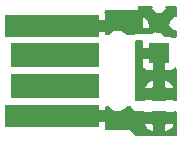
<source format=gbr>
%TF.GenerationSoftware,KiCad,Pcbnew,7.0.11-2.fc39*%
%TF.CreationDate,2024-04-07T19:18:12-07:00*%
%TF.ProjectId,Ultra_Light,556c7472-615f-44c6-9967-68742e6b6963,rev?*%
%TF.SameCoordinates,PX7459280PY5e69ec0*%
%TF.FileFunction,Copper,L1,Top*%
%TF.FilePolarity,Positive*%
%FSLAX46Y46*%
G04 Gerber Fmt 4.6, Leading zero omitted, Abs format (unit mm)*
G04 Created by KiCad (PCBNEW 7.0.11-2.fc39) date 2024-04-07 19:18:12*
%MOMM*%
%LPD*%
G01*
G04 APERTURE LIST*
G04 Aperture macros list*
%AMRoundRect*
0 Rectangle with rounded corners*
0 $1 Rounding radius*
0 $2 $3 $4 $5 $6 $7 $8 $9 X,Y pos of 4 corners*
0 Add a 4 corners polygon primitive as box body*
4,1,4,$2,$3,$4,$5,$6,$7,$8,$9,$2,$3,0*
0 Add four circle primitives for the rounded corners*
1,1,$1+$1,$2,$3*
1,1,$1+$1,$4,$5*
1,1,$1+$1,$6,$7*
1,1,$1+$1,$8,$9*
0 Add four rect primitives between the rounded corners*
20,1,$1+$1,$2,$3,$4,$5,0*
20,1,$1+$1,$4,$5,$6,$7,0*
20,1,$1+$1,$6,$7,$8,$9,0*
20,1,$1+$1,$8,$9,$2,$3,0*%
G04 Aperture macros list end*
%TA.AperFunction,ConnectorPad*%
%ADD10R,8.000000X1.900000*%
%TD*%
%TA.AperFunction,ConnectorPad*%
%ADD11R,7.500000X2.000000*%
%TD*%
%TA.AperFunction,SMDPad,CuDef*%
%ADD12RoundRect,0.250000X0.450000X-0.350000X0.450000X0.350000X-0.450000X0.350000X-0.450000X-0.350000X0*%
%TD*%
%TA.AperFunction,ComponentPad*%
%ADD13C,1.800000*%
%TD*%
%TA.AperFunction,ComponentPad*%
%ADD14R,1.800000X1.800000*%
%TD*%
%TA.AperFunction,Conductor*%
%ADD15C,0.500000*%
%TD*%
G04 APERTURE END LIST*
D10*
%TO.P,J1,1,VBUS*%
%TO.N,Net-(D1-A)*%
X4900000Y-2190000D03*
D11*
%TO.P,J1,2,D-*%
%TO.N,unconnected-(J1-D--Pad2)*%
X5150000Y-4700000D03*
%TO.P,J1,3,D+*%
%TO.N,unconnected-(J1-D+-Pad3)*%
X5150000Y-7300000D03*
D10*
%TO.P,J1,4,GND*%
%TO.N,GND*%
X4900000Y-9810000D03*
%TD*%
D12*
%TO.P,R1,1*%
%TO.N,GND*%
X14000000Y-10000000D03*
%TO.P,R1,2*%
%TO.N,Net-(D1-K)*%
X14000000Y-8000000D03*
%TD*%
D13*
%TO.P,D1,2,A*%
%TO.N,Net-(D1-A)*%
X14000000Y-2000000D03*
D14*
%TO.P,D1,1,K*%
%TO.N,Net-(D1-K)*%
X14000000Y-4540000D03*
%TD*%
D15*
%TO.N,Net-(D1-A)*%
X13365000Y-2635000D02*
X11460000Y-2635000D01*
X14000000Y-2000000D02*
X13365000Y-2635000D01*
%TD*%
%TA.AperFunction,Conductor*%
%TO.N,Net-(D1-A)*%
G36*
X13406697Y-520185D02*
G01*
X13452452Y-572989D01*
X13462396Y-642147D01*
X13433371Y-705703D01*
X13427096Y-710739D01*
X13425919Y-718814D01*
X13999998Y-1292892D01*
X13999999Y-1292893D01*
X14000000Y-1292893D01*
X14000000Y-1292892D01*
X14574079Y-718814D01*
X14571983Y-704437D01*
X14551733Y-684340D01*
X14536621Y-616125D01*
X14560789Y-550568D01*
X14616563Y-508484D01*
X14660338Y-500500D01*
X15375500Y-500500D01*
X15442539Y-520185D01*
X15488294Y-572989D01*
X15499500Y-624500D01*
X15499500Y-1341908D01*
X15479815Y-1408947D01*
X15427011Y-1454702D01*
X15357853Y-1464646D01*
X15294297Y-1435621D01*
X15291103Y-1431287D01*
X15278238Y-1428865D01*
X14743424Y-1963681D01*
X14715339Y-1979016D01*
X14703636Y-1996531D01*
X15278238Y-2571133D01*
X15295971Y-2567795D01*
X15306900Y-2554794D01*
X15373636Y-2534104D01*
X15440963Y-2552778D01*
X15487507Y-2604888D01*
X15499500Y-2658090D01*
X15499500Y-3076000D01*
X15479815Y-3143039D01*
X15427011Y-3188794D01*
X15375500Y-3200000D01*
X15174881Y-3200000D01*
X15131548Y-3192182D01*
X15007482Y-3145908D01*
X15007483Y-3145908D01*
X14947883Y-3139501D01*
X14947881Y-3139500D01*
X14947873Y-3139500D01*
X14947865Y-3139500D01*
X14483756Y-3139500D01*
X14416717Y-3119815D01*
X14396075Y-3103181D01*
X13941422Y-2648527D01*
X13941412Y-2648519D01*
X13310334Y-2017441D01*
X13310332Y-2017438D01*
X13258886Y-1965992D01*
X13546190Y-1965992D01*
X13556327Y-2101265D01*
X13605887Y-2227541D01*
X13690465Y-2333599D01*
X13802547Y-2410016D01*
X13932173Y-2450000D01*
X14033724Y-2450000D01*
X14134138Y-2434865D01*
X14256357Y-2376007D01*
X14355798Y-2283740D01*
X14423625Y-2166260D01*
X14453810Y-2034008D01*
X14443673Y-1898735D01*
X14394113Y-1772459D01*
X14309535Y-1666401D01*
X14197453Y-1589984D01*
X14067827Y-1550000D01*
X13966276Y-1550000D01*
X13865862Y-1565135D01*
X13743643Y-1623993D01*
X13644202Y-1716260D01*
X13576375Y-1833740D01*
X13546190Y-1965992D01*
X13258886Y-1965992D01*
X12721760Y-1428866D01*
X12671317Y-1543864D01*
X12614361Y-1768781D01*
X12595202Y-1999994D01*
X12595202Y-2000000D01*
X12614361Y-2231218D01*
X12671317Y-2456135D01*
X12764516Y-2668609D01*
X12812848Y-2742587D01*
X12833036Y-2809476D01*
X12813855Y-2876662D01*
X12761396Y-2922812D01*
X12692315Y-2933275D01*
X12674103Y-2929385D01*
X12625034Y-2914976D01*
X12539581Y-2902690D01*
X12482615Y-2894500D01*
X12124000Y-2894500D01*
X12123991Y-2894500D01*
X12123990Y-2894501D01*
X12016549Y-2906052D01*
X12016537Y-2906054D01*
X11965027Y-2917260D01*
X11862497Y-2951385D01*
X11862495Y-2951386D01*
X11817485Y-2980314D01*
X11750446Y-3000000D01*
X11312988Y-3000000D01*
X11245949Y-2980315D01*
X11212671Y-2948886D01*
X11172888Y-2894129D01*
X11032216Y-2767467D01*
X10868284Y-2672821D01*
X10868277Y-2672818D01*
X10688259Y-2614327D01*
X10688256Y-2614326D01*
X10547192Y-2599500D01*
X10452808Y-2599500D01*
X10311744Y-2614326D01*
X10311741Y-2614326D01*
X10311740Y-2614327D01*
X10131722Y-2672818D01*
X10131715Y-2672821D01*
X9967785Y-2767466D01*
X9827111Y-2894129D01*
X9811965Y-2914977D01*
X9787329Y-2948885D01*
X9732001Y-2991551D01*
X9687012Y-3000000D01*
X9524000Y-3000000D01*
X9456961Y-2980315D01*
X9411206Y-2927511D01*
X9400000Y-2876000D01*
X9400000Y-2690000D01*
X4524000Y-2690000D01*
X4456961Y-2670315D01*
X4411206Y-2617511D01*
X4400000Y-2566000D01*
X4400000Y-1814000D01*
X4419685Y-1746961D01*
X4472489Y-1701206D01*
X4524000Y-1690000D01*
X9400000Y-1690000D01*
X9400000Y-1192172D01*
X9399999Y-1192155D01*
X9393598Y-1132627D01*
X9393596Y-1132620D01*
X9369246Y-1067333D01*
X9364262Y-997642D01*
X9397747Y-936319D01*
X9459070Y-902834D01*
X9485428Y-900000D01*
X12200000Y-900000D01*
X12200000Y-624500D01*
X12219685Y-557461D01*
X12272489Y-511706D01*
X12324000Y-500500D01*
X13339658Y-500500D01*
X13406697Y-520185D01*
G37*
%TD.AperFunction*%
%TD*%
%TA.AperFunction,Conductor*%
%TO.N,Net-(D1-K)*%
G36*
X12549654Y-3419685D02*
G01*
X12595409Y-3472489D01*
X12605904Y-3537257D01*
X12600000Y-3592158D01*
X12600000Y-4040000D01*
X14376000Y-4040000D01*
X14443039Y-4059685D01*
X14488794Y-4112489D01*
X14500000Y-4164000D01*
X14500000Y-5940000D01*
X14947828Y-5940000D01*
X14947844Y-5939999D01*
X15007372Y-5933598D01*
X15007379Y-5933596D01*
X15142086Y-5883354D01*
X15142093Y-5883350D01*
X15257187Y-5797190D01*
X15257188Y-5797189D01*
X15276233Y-5771749D01*
X15332166Y-5729877D01*
X15401858Y-5724893D01*
X15463181Y-5758378D01*
X15496666Y-5819701D01*
X15499500Y-5846059D01*
X15499500Y-8476000D01*
X15479815Y-8543039D01*
X15427011Y-8588794D01*
X15375500Y-8600000D01*
X15316873Y-8600000D01*
X15249834Y-8580315D01*
X15204079Y-8527511D01*
X15201723Y-8513222D01*
X15189781Y-8500000D01*
X12810219Y-8500000D01*
X12796946Y-8514695D01*
X12793706Y-8532109D01*
X12745817Y-8582986D01*
X12683127Y-8600000D01*
X12124000Y-8600000D01*
X12056961Y-8580315D01*
X12011206Y-8527511D01*
X12000000Y-8476000D01*
X12000000Y-7500000D01*
X12810219Y-7500000D01*
X13500000Y-7500000D01*
X13500000Y-6900003D01*
X13499999Y-6900002D01*
X14500000Y-6900002D01*
X14500000Y-7500000D01*
X15189780Y-7500000D01*
X15189505Y-7497305D01*
X15189504Y-7497298D01*
X15134358Y-7330880D01*
X15134356Y-7330875D01*
X15042315Y-7181654D01*
X14918345Y-7057684D01*
X14769124Y-6965643D01*
X14769119Y-6965641D01*
X14602697Y-6910494D01*
X14602690Y-6910493D01*
X14500000Y-6900002D01*
X13499999Y-6900002D01*
X13397302Y-6910494D01*
X13230880Y-6965641D01*
X13230875Y-6965643D01*
X13081654Y-7057684D01*
X12957684Y-7181654D01*
X12865643Y-7330875D01*
X12865641Y-7330880D01*
X12810495Y-7497298D01*
X12810494Y-7497305D01*
X12810219Y-7500000D01*
X12000000Y-7500000D01*
X12000000Y-5040000D01*
X12600000Y-5040000D01*
X12600000Y-5487844D01*
X12606401Y-5547372D01*
X12606403Y-5547379D01*
X12656645Y-5682086D01*
X12656649Y-5682093D01*
X12742809Y-5797187D01*
X12742812Y-5797190D01*
X12857906Y-5883350D01*
X12857913Y-5883354D01*
X12992620Y-5933596D01*
X12992627Y-5933598D01*
X13052155Y-5939999D01*
X13052172Y-5940000D01*
X13500000Y-5940000D01*
X13500000Y-5040000D01*
X12600000Y-5040000D01*
X12000000Y-5040000D01*
X12000000Y-4505992D01*
X13546190Y-4505992D01*
X13556327Y-4641265D01*
X13605887Y-4767541D01*
X13690465Y-4873599D01*
X13802547Y-4950016D01*
X13932173Y-4990000D01*
X14033724Y-4990000D01*
X14134138Y-4974865D01*
X14256357Y-4916007D01*
X14355798Y-4823740D01*
X14423625Y-4706260D01*
X14453810Y-4574008D01*
X14443673Y-4438735D01*
X14394113Y-4312459D01*
X14309535Y-4206401D01*
X14197453Y-4129984D01*
X14067827Y-4090000D01*
X13966276Y-4090000D01*
X13865862Y-4105135D01*
X13743643Y-4163993D01*
X13644202Y-4256260D01*
X13576375Y-4373740D01*
X13546190Y-4505992D01*
X12000000Y-4505992D01*
X12000000Y-3524000D01*
X12019685Y-3456961D01*
X12072489Y-3411206D01*
X12124000Y-3400000D01*
X12482615Y-3400000D01*
X12549654Y-3419685D01*
G37*
%TD.AperFunction*%
%TD*%
%TA.AperFunction,Conductor*%
%TO.N,GND*%
G36*
X9754051Y-9019685D02*
G01*
X9787328Y-9051113D01*
X9827112Y-9105871D01*
X9967784Y-9232533D01*
X10131716Y-9327179D01*
X10311744Y-9385674D01*
X10452808Y-9400500D01*
X10452812Y-9400500D01*
X10547188Y-9400500D01*
X10547192Y-9400500D01*
X10688256Y-9385674D01*
X10868284Y-9327179D01*
X11032216Y-9232533D01*
X11172888Y-9105871D01*
X11212670Y-9051114D01*
X11267999Y-9008449D01*
X11312988Y-9000000D01*
X11548638Y-9000000D01*
X11615677Y-9019685D01*
X11636319Y-9036319D01*
X12000000Y-9400000D01*
X12683127Y-9400000D01*
X12750166Y-9419685D01*
X12795921Y-9472489D01*
X12798276Y-9486777D01*
X12810219Y-9500000D01*
X15189781Y-9500000D01*
X15203053Y-9485304D01*
X15206294Y-9467891D01*
X15254183Y-9417014D01*
X15316873Y-9400000D01*
X15375500Y-9400000D01*
X15442539Y-9419685D01*
X15488294Y-9472489D01*
X15499500Y-9524000D01*
X15499500Y-11375500D01*
X15479815Y-11442539D01*
X15427011Y-11488294D01*
X15375500Y-11499500D01*
X12050862Y-11499500D01*
X11983823Y-11479815D01*
X11963181Y-11463181D01*
X11500000Y-11000000D01*
X9517385Y-11000000D01*
X9450346Y-10980315D01*
X9404591Y-10927511D01*
X9394096Y-10862743D01*
X9399999Y-10807841D01*
X9400000Y-10807827D01*
X9400000Y-10500000D01*
X12810219Y-10500000D01*
X12810494Y-10502694D01*
X12810495Y-10502701D01*
X12865641Y-10669119D01*
X12865643Y-10669124D01*
X12957684Y-10818345D01*
X13081654Y-10942315D01*
X13230875Y-11034356D01*
X13230880Y-11034358D01*
X13397302Y-11089505D01*
X13499999Y-11099997D01*
X13500000Y-11099996D01*
X13500000Y-10500000D01*
X14500000Y-10500000D01*
X14500000Y-11099995D01*
X14602695Y-11089506D01*
X14602698Y-11089505D01*
X14769119Y-11034358D01*
X14769124Y-11034356D01*
X14918345Y-10942315D01*
X15042315Y-10818345D01*
X15134356Y-10669124D01*
X15134358Y-10669119D01*
X15189504Y-10502701D01*
X15189505Y-10502694D01*
X15189781Y-10500000D01*
X14500000Y-10500000D01*
X13500000Y-10500000D01*
X12810219Y-10500000D01*
X9400000Y-10500000D01*
X9400000Y-10310000D01*
X4524000Y-10310000D01*
X4456961Y-10290315D01*
X4411206Y-10237511D01*
X4400000Y-10186000D01*
X4400000Y-9434000D01*
X4419685Y-9366961D01*
X4472489Y-9321206D01*
X4524000Y-9310000D01*
X9400000Y-9310000D01*
X9400000Y-9124000D01*
X9419685Y-9056961D01*
X9472489Y-9011206D01*
X9524000Y-9000000D01*
X9687012Y-9000000D01*
X9754051Y-9019685D01*
G37*
%TD.AperFunction*%
%TD*%
M02*

</source>
